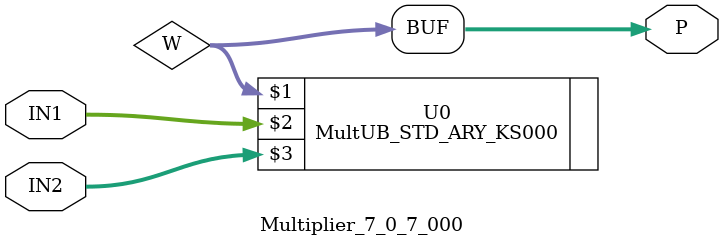
<source format=v>
module UB1BPPG_0_0(O, IN1, IN2);
  output O;
  input IN1;
  input IN2;
  assign O = IN1 & IN2;
endmodule

module UB1BPPG_1_0(O, IN1, IN2);
  output O;
  input IN1;
  input IN2;
  assign O = IN1 & IN2;
endmodule

module UB1BPPG_2_0(O, IN1, IN2);
  output O;
  input IN1;
  input IN2;
  assign O = IN1 & IN2;
endmodule

module UB1BPPG_3_0(O, IN1, IN2);
  output O;
  input IN1;
  input IN2;
  assign O = IN1 & IN2;
endmodule

module UB1BPPG_4_0(O, IN1, IN2);
  output O;
  input IN1;
  input IN2;
  assign O = IN1 & IN2;
endmodule

module UB1BPPG_5_0(O, IN1, IN2);
  output O;
  input IN1;
  input IN2;
  assign O = IN1 & IN2;
endmodule

module UB1BPPG_6_0(O, IN1, IN2);
  output O;
  input IN1;
  input IN2;
  assign O = IN1 & IN2;
endmodule

module UB1BPPG_7_0(O, IN1, IN2);
  output O;
  input IN1;
  input IN2;
  assign O = IN1 & IN2;
endmodule

module UB1BPPG_0_1(O, IN1, IN2);
  output O;
  input IN1;
  input IN2;
  assign O = IN1 & IN2;
endmodule

module UB1BPPG_1_1(O, IN1, IN2);
  output O;
  input IN1;
  input IN2;
  assign O = IN1 & IN2;
endmodule

module UB1BPPG_2_1(O, IN1, IN2);
  output O;
  input IN1;
  input IN2;
  assign O = IN1 & IN2;
endmodule

module UB1BPPG_3_1(O, IN1, IN2);
  output O;
  input IN1;
  input IN2;
  assign O = IN1 & IN2;
endmodule

module UB1BPPG_4_1(O, IN1, IN2);
  output O;
  input IN1;
  input IN2;
  assign O = IN1 & IN2;
endmodule

module UB1BPPG_5_1(O, IN1, IN2);
  output O;
  input IN1;
  input IN2;
  assign O = IN1 & IN2;
endmodule

module UB1BPPG_6_1(O, IN1, IN2);
  output O;
  input IN1;
  input IN2;
  assign O = IN1 & IN2;
endmodule

module UB1BPPG_7_1(O, IN1, IN2);
  output O;
  input IN1;
  input IN2;
  assign O = IN1 & IN2;
endmodule

module UB1BPPG_0_2(O, IN1, IN2);
  output O;
  input IN1;
  input IN2;
  assign O = IN1 & IN2;
endmodule

module UB1BPPG_1_2(O, IN1, IN2);
  output O;
  input IN1;
  input IN2;
  assign O = IN1 & IN2;
endmodule

module UB1BPPG_2_2(O, IN1, IN2);
  output O;
  input IN1;
  input IN2;
  assign O = IN1 & IN2;
endmodule

module UB1BPPG_3_2(O, IN1, IN2);
  output O;
  input IN1;
  input IN2;
  assign O = IN1 & IN2;
endmodule

module UB1BPPG_4_2(O, IN1, IN2);
  output O;
  input IN1;
  input IN2;
  assign O = IN1 & IN2;
endmodule

module UB1BPPG_5_2(O, IN1, IN2);
  output O;
  input IN1;
  input IN2;
  assign O = IN1 & IN2;
endmodule

module UB1BPPG_6_2(O, IN1, IN2);
  output O;
  input IN1;
  input IN2;
  assign O = IN1 & IN2;
endmodule

module UB1BPPG_7_2(O, IN1, IN2);
  output O;
  input IN1;
  input IN2;
  assign O = IN1 & IN2;
endmodule

module UB1BPPG_0_3(O, IN1, IN2);
  output O;
  input IN1;
  input IN2;
  assign O = IN1 & IN2;
endmodule

module UB1BPPG_1_3(O, IN1, IN2);
  output O;
  input IN1;
  input IN2;
  assign O = IN1 & IN2;
endmodule

module UB1BPPG_2_3(O, IN1, IN2);
  output O;
  input IN1;
  input IN2;
  assign O = IN1 & IN2;
endmodule

module UB1BPPG_3_3(O, IN1, IN2);
  output O;
  input IN1;
  input IN2;
  assign O = IN1 & IN2;
endmodule

module UB1BPPG_4_3(O, IN1, IN2);
  output O;
  input IN1;
  input IN2;
  assign O = IN1 & IN2;
endmodule

module UB1BPPG_5_3(O, IN1, IN2);
  output O;
  input IN1;
  input IN2;
  assign O = IN1 & IN2;
endmodule

module UB1BPPG_6_3(O, IN1, IN2);
  output O;
  input IN1;
  input IN2;
  assign O = IN1 & IN2;
endmodule

module UB1BPPG_7_3(O, IN1, IN2);
  output O;
  input IN1;
  input IN2;
  assign O = IN1 & IN2;
endmodule

module UB1BPPG_0_4(O, IN1, IN2);
  output O;
  input IN1;
  input IN2;
  assign O = IN1 & IN2;
endmodule

module UB1BPPG_1_4(O, IN1, IN2);
  output O;
  input IN1;
  input IN2;
  assign O = IN1 & IN2;
endmodule

module UB1BPPG_2_4(O, IN1, IN2);
  output O;
  input IN1;
  input IN2;
  assign O = IN1 & IN2;
endmodule

module UB1BPPG_3_4(O, IN1, IN2);
  output O;
  input IN1;
  input IN2;
  assign O = IN1 & IN2;
endmodule

module UB1BPPG_4_4(O, IN1, IN2);
  output O;
  input IN1;
  input IN2;
  assign O = IN1 & IN2;
endmodule

module UB1BPPG_5_4(O, IN1, IN2);
  output O;
  input IN1;
  input IN2;
  assign O = IN1 & IN2;
endmodule

module UB1BPPG_6_4(O, IN1, IN2);
  output O;
  input IN1;
  input IN2;
  assign O = IN1 & IN2;
endmodule

module UB1BPPG_7_4(O, IN1, IN2);
  output O;
  input IN1;
  input IN2;
  assign O = IN1 & IN2;
endmodule

module UB1BPPG_0_5(O, IN1, IN2);
  output O;
  input IN1;
  input IN2;
  assign O = IN1 & IN2;
endmodule

module UB1BPPG_1_5(O, IN1, IN2);
  output O;
  input IN1;
  input IN2;
  assign O = IN1 & IN2;
endmodule

module UB1BPPG_2_5(O, IN1, IN2);
  output O;
  input IN1;
  input IN2;
  assign O = IN1 & IN2;
endmodule

module UB1BPPG_3_5(O, IN1, IN2);
  output O;
  input IN1;
  input IN2;
  assign O = IN1 & IN2;
endmodule

module UB1BPPG_4_5(O, IN1, IN2);
  output O;
  input IN1;
  input IN2;
  assign O = IN1 & IN2;
endmodule

module UB1BPPG_5_5(O, IN1, IN2);
  output O;
  input IN1;
  input IN2;
  assign O = IN1 & IN2;
endmodule

module UB1BPPG_6_5(O, IN1, IN2);
  output O;
  input IN1;
  input IN2;
  assign O = IN1 & IN2;
endmodule

module UB1BPPG_7_5(O, IN1, IN2);
  output O;
  input IN1;
  input IN2;
  assign O = IN1 & IN2;
endmodule

module UB1BPPG_0_6(O, IN1, IN2);
  output O;
  input IN1;
  input IN2;
  assign O = IN1 & IN2;
endmodule

module UB1BPPG_1_6(O, IN1, IN2);
  output O;
  input IN1;
  input IN2;
  assign O = IN1 & IN2;
endmodule

module UB1BPPG_2_6(O, IN1, IN2);
  output O;
  input IN1;
  input IN2;
  assign O = IN1 & IN2;
endmodule

module UB1BPPG_3_6(O, IN1, IN2);
  output O;
  input IN1;
  input IN2;
  assign O = IN1 & IN2;
endmodule

module UB1BPPG_4_6(O, IN1, IN2);
  output O;
  input IN1;
  input IN2;
  assign O = IN1 & IN2;
endmodule

module UB1BPPG_5_6(O, IN1, IN2);
  output O;
  input IN1;
  input IN2;
  assign O = IN1 & IN2;
endmodule

module UB1BPPG_6_6(O, IN1, IN2);
  output O;
  input IN1;
  input IN2;
  assign O = IN1 & IN2;
endmodule

module UB1BPPG_7_6(O, IN1, IN2);
  output O;
  input IN1;
  input IN2;
  assign O = IN1 & IN2;
endmodule

module UB1BPPG_0_7(O, IN1, IN2);
  output O;
  input IN1;
  input IN2;
  assign O = IN1 & IN2;
endmodule

module UB1BPPG_1_7(O, IN1, IN2);
  output O;
  input IN1;
  input IN2;
  assign O = IN1 & IN2;
endmodule

module UB1BPPG_2_7(O, IN1, IN2);
  output O;
  input IN1;
  input IN2;
  assign O = IN1 & IN2;
endmodule

module UB1BPPG_3_7(O, IN1, IN2);
  output O;
  input IN1;
  input IN2;
  assign O = IN1 & IN2;
endmodule

module UB1BPPG_4_7(O, IN1, IN2);
  output O;
  input IN1;
  input IN2;
  assign O = IN1 & IN2;
endmodule

module UB1BPPG_5_7(O, IN1, IN2);
  output O;
  input IN1;
  input IN2;
  assign O = IN1 & IN2;
endmodule

module UB1BPPG_6_7(O, IN1, IN2);
  output O;
  input IN1;
  input IN2;
  assign O = IN1 & IN2;
endmodule

module UB1BPPG_7_7(O, IN1, IN2);
  output O;
  input IN1;
  input IN2;
  assign O = IN1 & IN2;
endmodule

module UB1DCON_0(O, I);
  output O;
  input I;
  assign O = I;
endmodule

module UBHA_1(C, S, X, Y);
  output C;
  output S;
  input X;
  input Y;
  assign C = X & Y;
  assign S = X ^ Y;
endmodule

module UBFA_2(C, S, X, Y, Z);
  output C;
  output S;
  input X;
  input Y;
  input Z;
  assign C = ( X & Y ) | ( Y & Z ) | ( Z & X );
  assign S = X ^ Y ^ Z;
endmodule

module UBFA_3(C, S, X, Y, Z);
  output C;
  output S;
  input X;
  input Y;
  input Z;
  assign C = ( X & Y ) | ( Y & Z ) | ( Z & X );
  assign S = X ^ Y ^ Z;
endmodule

module UBFA_4(C, S, X, Y, Z);
  output C;
  output S;
  input X;
  input Y;
  input Z;
  assign C = ( X & Y ) | ( Y & Z ) | ( Z & X );
  assign S = X ^ Y ^ Z;
endmodule

module UBFA_5(C, S, X, Y, Z);
  output C;
  output S;
  input X;
  input Y;
  input Z;
  assign C = ( X & Y ) | ( Y & Z ) | ( Z & X );
  assign S = X ^ Y ^ Z;
endmodule

module UBFA_6(C, S, X, Y, Z);
  output C;
  output S;
  input X;
  input Y;
  input Z;
  assign C = ( X & Y ) | ( Y & Z ) | ( Z & X );
  assign S = X ^ Y ^ Z;
endmodule

module UBFA_7(C, S, X, Y, Z);
  output C;
  output S;
  input X;
  input Y;
  input Z;
  assign C = ( X & Y ) | ( Y & Z ) | ( Z & X );
  assign S = X ^ Y ^ Z;
endmodule

module UBHA_8(C, S, X, Y);
  output C;
  output S;
  input X;
  input Y;
  assign C = X & Y;
  assign S = X ^ Y;
endmodule

module UB1DCON_9(O, I);
  output O;
  input I;
  assign O = I;
endmodule

module UB1DCON_1(O, I);
  output O;
  input I;
  assign O = I;
endmodule

module UBHA_2(C, S, X, Y);
  output C;
  output S;
  input X;
  input Y;
  assign C = X & Y;
  assign S = X ^ Y;
endmodule

module UBFA_8(C, S, X, Y, Z);
  output C;
  output S;
  input X;
  input Y;
  input Z;
  assign C = ( X & Y ) | ( Y & Z ) | ( Z & X );
  assign S = X ^ Y ^ Z;
endmodule

module UBFA_9(C, S, X, Y, Z);
  output C;
  output S;
  input X;
  input Y;
  input Z;
  assign C = ( X & Y ) | ( Y & Z ) | ( Z & X );
  assign S = X ^ Y ^ Z;
endmodule

module UB1DCON_10(O, I);
  output O;
  input I;
  assign O = I;
endmodule

module UB1DCON_2(O, I);
  output O;
  input I;
  assign O = I;
endmodule

module UBHA_3(C, S, X, Y);
  output C;
  output S;
  input X;
  input Y;
  assign C = X & Y;
  assign S = X ^ Y;
endmodule

module UBFA_10(C, S, X, Y, Z);
  output C;
  output S;
  input X;
  input Y;
  input Z;
  assign C = ( X & Y ) | ( Y & Z ) | ( Z & X );
  assign S = X ^ Y ^ Z;
endmodule

module UB1DCON_11(O, I);
  output O;
  input I;
  assign O = I;
endmodule

module UB1DCON_3(O, I);
  output O;
  input I;
  assign O = I;
endmodule

module UBHA_4(C, S, X, Y);
  output C;
  output S;
  input X;
  input Y;
  assign C = X & Y;
  assign S = X ^ Y;
endmodule

module UBFA_11(C, S, X, Y, Z);
  output C;
  output S;
  input X;
  input Y;
  input Z;
  assign C = ( X & Y ) | ( Y & Z ) | ( Z & X );
  assign S = X ^ Y ^ Z;
endmodule

module UB1DCON_12(O, I);
  output O;
  input I;
  assign O = I;
endmodule

module UB1DCON_4(O, I);
  output O;
  input I;
  assign O = I;
endmodule

module UBHA_5(C, S, X, Y);
  output C;
  output S;
  input X;
  input Y;
  assign C = X & Y;
  assign S = X ^ Y;
endmodule

module UBFA_12(C, S, X, Y, Z);
  output C;
  output S;
  input X;
  input Y;
  input Z;
  assign C = ( X & Y ) | ( Y & Z ) | ( Z & X );
  assign S = X ^ Y ^ Z;
endmodule

module UB1DCON_13(O, I);
  output O;
  input I;
  assign O = I;
endmodule

module UB1DCON_5(O, I);
  output O;
  input I;
  assign O = I;
endmodule

module UBHA_6(C, S, X, Y);
  output C;
  output S;
  input X;
  input Y;
  assign C = X & Y;
  assign S = X ^ Y;
endmodule

module UBFA_13(C, S, X, Y, Z);
  output C;
  output S;
  input X;
  input Y;
  input Z;
  assign C = ( X & Y ) | ( Y & Z ) | ( Z & X );
  assign S = X ^ Y ^ Z;
endmodule

module UB1DCON_14(O, I);
  output O;
  input I;
  assign O = I;
endmodule

module GPGenerator(Go, Po, A, B);
  output Go;
  output Po;
  input A;
  input B;
  assign Go = A & B;
  assign Po = A ^ B;
endmodule

module CarryOperator(Go, Po, Gi1, Pi1, Gi2, Pi2);
  output Go;
  output Po;
  input Gi1;
  input Gi2;
  input Pi1;
  input Pi2;
  assign Go = Gi1 | ( Gi2 & Pi1 );
  assign Po = Pi1 & Pi2;
endmodule

module UBPriKSA_14_7(S, X, Y, Cin);
  output [15:7] S;
  input Cin;
  input [14:7] X;
  input [14:7] Y;
  wire [14:7] G0;
  wire [14:7] G1;
  wire [14:7] G2;
  wire [14:7] G3;
  wire [14:7] P0;
  wire [14:7] P1;
  wire [14:7] P2;
  wire [14:7] P3;
  assign P1[7] = P0[7];
  assign G1[7] = G0[7];
  assign P2[7] = P1[7];
  assign G2[7] = G1[7];
  assign P2[8] = P1[8];
  assign G2[8] = G1[8];
  assign P3[7] = P2[7];
  assign G3[7] = G2[7];
  assign P3[8] = P2[8];
  assign G3[8] = G2[8];
  assign P3[9] = P2[9];
  assign G3[9] = G2[9];
  assign P3[10] = P2[10];
  assign G3[10] = G2[10];
  assign S[7] = Cin ^ P0[7];
  assign S[8] = ( G3[7] | ( P3[7] & Cin ) ) ^ P0[8];
  assign S[9] = ( G3[8] | ( P3[8] & Cin ) ) ^ P0[9];
  assign S[10] = ( G3[9] | ( P3[9] & Cin ) ) ^ P0[10];
  assign S[11] = ( G3[10] | ( P3[10] & Cin ) ) ^ P0[11];
  assign S[12] = ( G3[11] | ( P3[11] & Cin ) ) ^ P0[12];
  assign S[13] = ( G3[12] | ( P3[12] & Cin ) ) ^ P0[13];
  assign S[14] = ( G3[13] | ( P3[13] & Cin ) ) ^ P0[14];
  assign S[15] = G3[14] | ( P3[14] & Cin );
  GPGenerator U0 (G0[7], P0[7], X[7], Y[7]);
  GPGenerator U1 (G0[8], P0[8], X[8], Y[8]);
  GPGenerator U2 (G0[9], P0[9], X[9], Y[9]);
  GPGenerator U3 (G0[10], P0[10], X[10], Y[10]);
  GPGenerator U4 (G0[11], P0[11], X[11], Y[11]);
  GPGenerator U5 (G0[12], P0[12], X[12], Y[12]);
  GPGenerator U6 (G0[13], P0[13], X[13], Y[13]);
  GPGenerator U7 (G0[14], P0[14], X[14], Y[14]);
  CarryOperator U8 (G1[8], P1[8], G0[8], P0[8], G0[7], P0[7]);
  CarryOperator U9 (G1[9], P1[9], G0[9], P0[9], G0[8], P0[8]);
  CarryOperator U10 (G1[10], P1[10], G0[10], P0[10], G0[9], P0[9]);
  CarryOperator U11 (G1[11], P1[11], G0[11], P0[11], G0[10], P0[10]);
  CarryOperator U12 (G1[12], P1[12], G0[12], P0[12], G0[11], P0[11]);
  CarryOperator U13 (G1[13], P1[13], G0[13], P0[13], G0[12], P0[12]);
  CarryOperator U14 (G1[14], P1[14], G0[14], P0[14], G0[13], P0[13]);
  CarryOperator U15 (G2[9], P2[9], G1[9], P1[9], G1[7], P1[7]);
  CarryOperator U16 (G2[10], P2[10], G1[10], P1[10], G1[8], P1[8]);
  CarryOperator U17 (G2[11], P2[11], G1[11], P1[11], G1[9], P1[9]);
  CarryOperator U18 (G2[12], P2[12], G1[12], P1[12], G1[10], P1[10]);
  CarryOperator U19 (G2[13], P2[13], G1[13], P1[13], G1[11], P1[11]);
  CarryOperator U20 (G2[14], P2[14], G1[14], P1[14], G1[12], P1[12]);
  CarryOperator U21 (G3[11], P3[11], G2[11], P2[11], G2[7], P2[7]);
  CarryOperator U22 (G3[12], P3[12], G2[12], P2[12], G2[8], P2[8]);
  CarryOperator U23 (G3[13], P3[13], G2[13], P2[13], G2[9], P2[9]);
  CarryOperator U24 (G3[14], P3[14], G2[14], P2[14], G2[10], P2[10]);
endmodule

module UBZero_7_7(O);
  output [7:7] O;
  assign O[7] = 0;
endmodule

module UB1DCON_6(O, I);
  output O;
  input I;
  assign O = I;
endmodule

module Multiplier_7_0_7_000(P, IN1, IN2);
  output [15:0] P;
  input [7:0] IN1;
  input [7:0] IN2;
  wire [15:0] W;
  assign P[0] = W[0];
  assign P[1] = W[1];
  assign P[2] = W[2];
  assign P[3] = W[3];
  assign P[4] = W[4];
  assign P[5] = W[5];
  assign P[6] = W[6];
  assign P[7] = W[7];
  assign P[8] = W[8];
  assign P[9] = W[9];
  assign P[10] = W[10];
  assign P[11] = W[11];
  assign P[12] = W[12];
  assign P[13] = W[13];
  assign P[14] = W[14];
  assign P[15] = W[15];
  MultUB_STD_ARY_KS000 U0 (W, IN1, IN2);
endmodule


</source>
